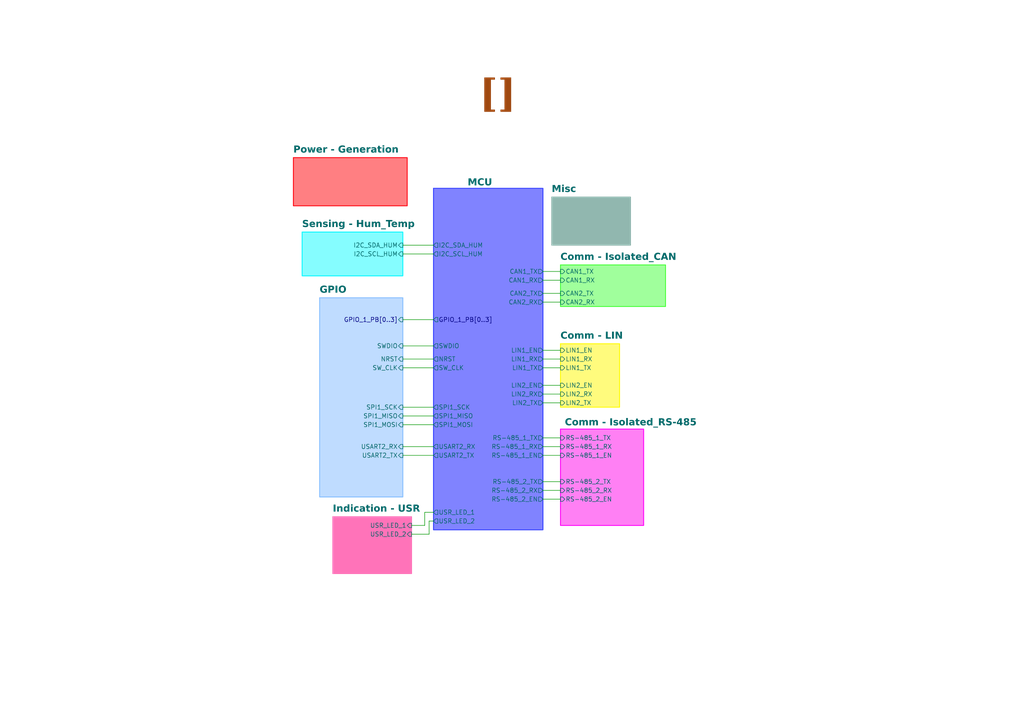
<source format=kicad_sch>
(kicad_sch
	(version 20231120)
	(generator "eeschema")
	(generator_version "8.0")
	(uuid "27569648-7d04-400d-b22c-2115a6902712")
	(paper "A4")
	(title_block
		(title "Rapid-Core")
		(date "2024-09-09")
		(rev "1.0.1")
	)
	(lib_symbols)
	(wire
		(pts
			(xy 157.48 104.14) (xy 162.56 104.14)
		)
		(stroke
			(width 0)
			(type default)
		)
		(uuid "016656e8-1810-4419-8e68-7014cbc0b160")
	)
	(wire
		(pts
			(xy 116.84 73.66) (xy 125.73 73.66)
		)
		(stroke
			(width 0)
			(type default)
		)
		(uuid "0491b756-6387-4d2f-a458-dc2556b2e315")
	)
	(wire
		(pts
			(xy 157.48 81.28) (xy 162.56 81.28)
		)
		(stroke
			(width 0)
			(type default)
		)
		(uuid "05e3e1bb-123b-4930-bfd3-edff562b688c")
	)
	(wire
		(pts
			(xy 125.73 151.13) (xy 124.46 151.13)
		)
		(stroke
			(width 0)
			(type default)
		)
		(uuid "0a06dcac-b52e-4df9-ac75-ecc594abcdf2")
	)
	(wire
		(pts
			(xy 123.19 148.59) (xy 125.73 148.59)
		)
		(stroke
			(width 0)
			(type default)
		)
		(uuid "11e52ff3-23b7-475a-bfbe-1da3ae094e18")
	)
	(wire
		(pts
			(xy 157.48 129.54) (xy 162.56 129.54)
		)
		(stroke
			(width 0)
			(type default)
		)
		(uuid "293a0d6d-6c62-4dd2-9038-88f62545b340")
	)
	(wire
		(pts
			(xy 116.84 123.19) (xy 125.73 123.19)
		)
		(stroke
			(width 0)
			(type default)
		)
		(uuid "40cbad9c-480a-4830-96c9-a80e7f2ee3c4")
	)
	(wire
		(pts
			(xy 157.48 144.78) (xy 162.56 144.78)
		)
		(stroke
			(width 0)
			(type default)
		)
		(uuid "437f5661-a3c5-470d-a803-63cc450dee8d")
	)
	(wire
		(pts
			(xy 157.48 116.84) (xy 162.56 116.84)
		)
		(stroke
			(width 0)
			(type default)
		)
		(uuid "4698396a-b82d-47cb-b49f-03eacd4c1669")
	)
	(wire
		(pts
			(xy 116.84 92.71) (xy 125.73 92.71)
		)
		(stroke
			(width 0)
			(type default)
		)
		(uuid "5376f299-476e-4b28-bbcb-1486f9fd655a")
	)
	(wire
		(pts
			(xy 157.48 87.63) (xy 162.56 87.63)
		)
		(stroke
			(width 0)
			(type default)
		)
		(uuid "548cf037-0783-4a8d-a703-1f15f04c572c")
	)
	(wire
		(pts
			(xy 157.48 114.3) (xy 162.56 114.3)
		)
		(stroke
			(width 0)
			(type default)
		)
		(uuid "6648a955-19c6-4f5b-b439-47d709f83e27")
	)
	(wire
		(pts
			(xy 157.48 127) (xy 162.56 127)
		)
		(stroke
			(width 0)
			(type default)
		)
		(uuid "6835e0a5-f301-403a-bd7a-2481857f31ca")
	)
	(wire
		(pts
			(xy 157.48 85.09) (xy 162.56 85.09)
		)
		(stroke
			(width 0)
			(type default)
		)
		(uuid "692fa45d-2447-4a16-942f-6a93bfc4c7a7")
	)
	(wire
		(pts
			(xy 157.48 142.24) (xy 162.56 142.24)
		)
		(stroke
			(width 0)
			(type default)
		)
		(uuid "695b4dcc-de4f-4fd2-8740-2f557cb959bf")
	)
	(wire
		(pts
			(xy 157.48 106.68) (xy 162.56 106.68)
		)
		(stroke
			(width 0)
			(type default)
		)
		(uuid "6ddd8772-cf9b-4009-8044-477365bc35ce")
	)
	(wire
		(pts
			(xy 116.84 118.11) (xy 125.73 118.11)
		)
		(stroke
			(width 0)
			(type default)
		)
		(uuid "6e9abbf7-ecb0-4664-b954-88f429fc517f")
	)
	(wire
		(pts
			(xy 124.46 151.13) (xy 124.46 154.94)
		)
		(stroke
			(width 0)
			(type default)
		)
		(uuid "771d315c-c683-45a8-8148-2071808ebae8")
	)
	(wire
		(pts
			(xy 123.19 152.4) (xy 123.19 148.59)
		)
		(stroke
			(width 0)
			(type default)
		)
		(uuid "88fb2ecd-9549-4ecd-93a4-315822428459")
	)
	(wire
		(pts
			(xy 116.84 106.68) (xy 125.73 106.68)
		)
		(stroke
			(width 0)
			(type default)
		)
		(uuid "8ccf41cd-8672-4c71-9748-b71f751afce7")
	)
	(wire
		(pts
			(xy 116.84 120.65) (xy 125.73 120.65)
		)
		(stroke
			(width 0)
			(type default)
		)
		(uuid "999ae9b6-5452-42f7-ac5a-fad1538d3dc7")
	)
	(wire
		(pts
			(xy 119.38 154.94) (xy 124.46 154.94)
		)
		(stroke
			(width 0)
			(type default)
		)
		(uuid "9a61318f-306c-42f0-a5b5-09001327d409")
	)
	(wire
		(pts
			(xy 116.84 71.12) (xy 125.73 71.12)
		)
		(stroke
			(width 0)
			(type default)
		)
		(uuid "a1f35fad-bd0d-4e0b-ab2f-30e8b7c3d670")
	)
	(wire
		(pts
			(xy 119.38 152.4) (xy 123.19 152.4)
		)
		(stroke
			(width 0)
			(type default)
		)
		(uuid "a35b2f7b-c66c-4d8d-925e-1a1c45c8ffd7")
	)
	(wire
		(pts
			(xy 116.84 104.14) (xy 125.73 104.14)
		)
		(stroke
			(width 0)
			(type default)
		)
		(uuid "a960177e-b1a7-4c56-ac1a-a3b8a177033f")
	)
	(wire
		(pts
			(xy 157.48 101.6) (xy 162.56 101.6)
		)
		(stroke
			(width 0)
			(type default)
		)
		(uuid "ab68ff54-3864-41a7-80d1-af4e469d90a0")
	)
	(wire
		(pts
			(xy 116.84 100.33) (xy 125.73 100.33)
		)
		(stroke
			(width 0)
			(type default)
		)
		(uuid "ad5d768f-5fc4-4660-819f-7fa7d964a6b5")
	)
	(wire
		(pts
			(xy 157.48 139.7) (xy 162.56 139.7)
		)
		(stroke
			(width 0)
			(type default)
		)
		(uuid "b390f846-4807-42cd-af48-6cae44b50fd6")
	)
	(wire
		(pts
			(xy 157.48 132.08) (xy 162.56 132.08)
		)
		(stroke
			(width 0)
			(type default)
		)
		(uuid "cc2ae460-b4b9-4eea-8c3c-9716a5d09b01")
	)
	(wire
		(pts
			(xy 116.84 132.08) (xy 125.73 132.08)
		)
		(stroke
			(width 0)
			(type default)
		)
		(uuid "d1501730-4fde-40db-b04b-f97892431494")
	)
	(wire
		(pts
			(xy 157.48 78.74) (xy 162.56 78.74)
		)
		(stroke
			(width 0)
			(type default)
		)
		(uuid "d25d6e39-fb10-43b4-ad64-d8deb4570f69")
	)
	(wire
		(pts
			(xy 116.84 129.54) (xy 125.73 129.54)
		)
		(stroke
			(width 0)
			(type default)
		)
		(uuid "d3de6954-38b7-4def-8b71-03936d39add6")
	)
	(wire
		(pts
			(xy 157.48 111.76) (xy 162.56 111.76)
		)
		(stroke
			(width 0)
			(type default)
		)
		(uuid "e9825ad5-ea1d-4d3a-8758-c8981a0839bd")
	)
	(text "[${#}] ${SHEETNAME}"
		(exclude_from_sim no)
		(at 146.304 29.972 0)
		(effects
			(font
				(face "Times New Roman")
				(size 8 8)
				(thickness 0.254)
				(bold yes)
				(color 159 72 15 1)
			)
		)
		(uuid "dfa7d460-b75f-4954-a2db-e45fa09c2b3e")
	)
	(sheet
		(at 85.09 45.72)
		(size 33.02 13.97)
		(fields_autoplaced yes)
		(stroke
			(width 0.25)
			(type solid)
			(color 255 0 13 1)
		)
		(fill
			(color 255 0 6 0.5000)
		)
		(uuid "0fa43437-c8a6-445a-8d5f-61c7e1f9c7b9")
		(property "Sheetname" "Power - Generation"
			(at 85.09 44.5946 0)
			(effects
				(font
					(face "Arial")
					(size 2 2)
					(thickness 0.254)
					(bold yes)
				)
				(justify left bottom)
			)
		)
		(property "Sheetfile" "Power - Generation.kicad_sch"
			(at 85.09 60.3234 0)
			(effects
				(font
					(size 1.27 1.27)
				)
				(justify left top)
				(hide yes)
			)
		)
		(instances
			(project "Rapid_Core-RCP"
				(path "/1a5d67a4-b410-4c7a-b64e-9e0193c8e6b4/31f15dcd-2d12-4b77-aa4d-ff69e9876080"
					(page "4")
				)
			)
		)
	)
	(sheet
		(at 125.73 54.61)
		(size 31.75 99.06)
		(stroke
			(width 0.25)
			(type solid)
			(color 47 60 255 1)
		)
		(fill
			(color 3 9 255 0.5000)
		)
		(uuid "1401aaec-6fda-4635-b78a-5b20a2be34ec")
		(property "Sheetname" "MCU"
			(at 135.636 54.102 0)
			(effects
				(font
					(face "Arial")
					(size 2 2)
					(thickness 0.254)
					(bold yes)
				)
				(justify left bottom)
			)
		)
		(property "Sheetfile" "MCU.kicad_sch"
			(at 125.73 111.7096 0)
			(effects
				(font
					(size 1.27 1.27)
				)
				(justify left top)
				(hide yes)
			)
		)
		(pin "SPI1_SCK" output
			(at 125.73 118.11 180)
			(effects
				(font
					(size 1.27 1.27)
				)
				(justify left)
			)
			(uuid "15b5a386-7742-48b0-ae1c-89f1ae6950e1")
		)
		(pin "SPI1_MISO" output
			(at 125.73 120.65 180)
			(effects
				(font
					(size 1.27 1.27)
				)
				(justify left)
			)
			(uuid "3e7e22b3-47af-4e09-9a3b-04a830cda925")
		)
		(pin "USART2_TX" output
			(at 125.73 132.08 180)
			(effects
				(font
					(size 1.27 1.27)
				)
				(justify left)
			)
			(uuid "fd99ace5-036a-4ff7-a210-60be670037b7")
		)
		(pin "USART2_RX" output
			(at 125.73 129.54 180)
			(effects
				(font
					(size 1.27 1.27)
				)
				(justify left)
			)
			(uuid "c56c0d1e-5b45-4ed7-b2d6-f7e87c75dfa3")
		)
		(pin "RS-485_1_EN" output
			(at 157.48 132.08 0)
			(effects
				(font
					(size 1.27 1.27)
				)
				(justify right)
			)
			(uuid "466bcd63-2405-4eaf-b14a-ce5d363453c2")
		)
		(pin "SPI1_MOSI" output
			(at 125.73 123.19 180)
			(effects
				(font
					(size 1.27 1.27)
				)
				(justify left)
			)
			(uuid "d19b429c-92bc-49c9-b435-d2f5c4e1735b")
		)
		(pin "SWDIO" output
			(at 125.73 100.33 180)
			(effects
				(font
					(size 1.27 1.27)
				)
				(justify left)
			)
			(uuid "d28b6f6e-38dc-4876-b62f-9fff7b4fa712")
		)
		(pin "RS-485_1_TX" output
			(at 157.48 127 0)
			(effects
				(font
					(size 1.27 1.27)
				)
				(justify right)
			)
			(uuid "0a30dc0c-8c95-4117-9c35-eeaf7bbaba76")
		)
		(pin "RS-485_1_RX" output
			(at 157.48 129.54 0)
			(effects
				(font
					(size 1.27 1.27)
				)
				(justify right)
			)
			(uuid "68bca7e1-6f5c-4ad0-b1d1-d9c774019141")
		)
		(pin "CAN1_RX" output
			(at 157.48 81.28 0)
			(effects
				(font
					(size 1.27 1.27)
				)
				(justify right)
			)
			(uuid "314edc76-7f17-48e3-880d-efa1b768ea58")
		)
		(pin "CAN1_TX" output
			(at 157.48 78.74 0)
			(effects
				(font
					(size 1.27 1.27)
				)
				(justify right)
			)
			(uuid "f7486041-d596-441b-a1a6-4124e8666bc5")
		)
		(pin "SW_CLK" output
			(at 125.73 106.68 180)
			(effects
				(font
					(size 1.27 1.27)
				)
				(justify left)
			)
			(uuid "0584e3f0-b580-491d-9ca0-6211d00eb244")
		)
		(pin "LIN1_EN" output
			(at 157.48 101.6 0)
			(effects
				(font
					(size 1.27 1.27)
				)
				(justify right)
			)
			(uuid "00218526-3a85-4f5b-8cf0-d3fa72299d2d")
		)
		(pin "LIN2_EN" output
			(at 157.48 111.76 0)
			(effects
				(font
					(size 1.27 1.27)
				)
				(justify right)
			)
			(uuid "5455f5b6-360c-4231-b18f-513bb8b05665")
		)
		(pin "GPIO_1_PB[0..3]" output
			(at 125.73 92.71 180)
			(effects
				(font
					(size 1.27 1.27)
				)
				(justify left)
			)
			(uuid "8538a408-a69e-4704-a0b3-5ae8a62d4a6f")
		)
		(pin "I2C_SCL_HUM" output
			(at 125.73 73.66 180)
			(effects
				(font
					(size 1.27 1.27)
				)
				(justify left)
			)
			(uuid "592819c5-17b4-47ea-b3c9-f0802ca6f49b")
		)
		(pin "I2C_SDA_HUM" output
			(at 125.73 71.12 180)
			(effects
				(font
					(size 1.27 1.27)
				)
				(justify left)
			)
			(uuid "48c34462-5c48-4ddc-872e-477c6c322ac1")
		)
		(pin "RS-485_2_RX" output
			(at 157.48 142.24 0)
			(effects
				(font
					(size 1.27 1.27)
				)
				(justify right)
			)
			(uuid "fed25b15-b8fb-4c94-8a8d-c118e4d61789")
		)
		(pin "RS-485_2_TX" output
			(at 157.48 139.7 0)
			(effects
				(font
					(size 1.27 1.27)
				)
				(justify right)
			)
			(uuid "0d4ce248-38cd-4b53-8211-ba6e289bac0c")
		)
		(pin "LIN2_RX" output
			(at 157.48 114.3 0)
			(effects
				(font
					(size 1.27 1.27)
				)
				(justify right)
			)
			(uuid "1bd14e6b-b17b-4ebf-9d27-768793d5d85f")
		)
		(pin "LIN1_RX" output
			(at 157.48 104.14 0)
			(effects
				(font
					(size 1.27 1.27)
				)
				(justify right)
			)
			(uuid "76ba0003-d1ec-4b34-af40-f2a95b220913")
		)
		(pin "LIN1_TX" output
			(at 157.48 106.68 0)
			(effects
				(font
					(size 1.27 1.27)
				)
				(justify right)
			)
			(uuid "5916c962-2591-496b-85eb-9bd64d35d893")
		)
		(pin "LIN2_TX" output
			(at 157.48 116.84 0)
			(effects
				(font
					(size 1.27 1.27)
				)
				(justify right)
			)
			(uuid "a00b1551-e632-487c-a27f-2c77e631cecb")
		)
		(pin "NRST" output
			(at 125.73 104.14 180)
			(effects
				(font
					(size 1.27 1.27)
				)
				(justify left)
			)
			(uuid "000fb4d8-4c97-462a-8ffb-c80df7ea7df0")
		)
		(pin "CAN2_RX" output
			(at 157.48 87.63 0)
			(effects
				(font
					(size 1.27 1.27)
				)
				(justify right)
			)
			(uuid "22c257f2-93ad-40da-912a-7ea28df2dc0e")
		)
		(pin "CAN2_TX" output
			(at 157.48 85.09 0)
			(effects
				(font
					(size 1.27 1.27)
				)
				(justify right)
			)
			(uuid "f115c9b1-05e6-4dd6-931c-bce732c0c987")
		)
		(pin "RS-485_2_EN" output
			(at 157.48 144.78 0)
			(effects
				(font
					(size 1.27 1.27)
				)
				(justify right)
			)
			(uuid "6853fc0e-a215-4ed5-bf66-bc5c28e0a38e")
		)
		(pin "USR_LED_2" output
			(at 125.73 151.13 180)
			(effects
				(font
					(size 1.27 1.27)
				)
				(justify left)
			)
			(uuid "b94b87ae-d1d1-4fe3-a8fa-35af55cae1d9")
		)
		(pin "USR_LED_1" output
			(at 125.73 148.59 180)
			(effects
				(font
					(size 1.27 1.27)
				)
				(justify left)
			)
			(uuid "a770ab31-3eb6-4574-a167-f7fc2ca0acfb")
		)
		(instances
			(project "Rapid_Core-RCP"
				(path "/1a5d67a4-b410-4c7a-b64e-9e0193c8e6b4/31f15dcd-2d12-4b77-aa4d-ff69e9876080"
					(page "5")
				)
			)
		)
	)
	(sheet
		(at 96.52 149.86)
		(size 22.86 16.51)
		(fields_autoplaced yes)
		(stroke
			(width 0.25)
			(type solid)
			(color 255 115 185 1)
		)
		(fill
			(color 255 115 185 1.0000)
		)
		(uuid "2a64c138-0f9d-4db8-b9c8-8b614da5a0b1")
		(property "Sheetname" "Indication - USR"
			(at 96.52 148.7346 0)
			(effects
				(font
					(face "Arial")
					(size 2 2)
					(thickness 0.4)
					(bold yes)
				)
				(justify left bottom)
			)
		)
		(property "Sheetfile" "Indication - USR.kicad_sch"
			(at 96.52 167.0034 0)
			(effects
				(font
					(size 1.27 1.27)
				)
				(justify left top)
				(hide yes)
			)
		)
		(pin "USR_LED_1" input
			(at 119.38 152.4 0)
			(effects
				(font
					(size 1.27 1.27)
				)
				(justify right)
			)
			(uuid "a82f2ffc-55bd-4b58-801e-b16907b8eb23")
		)
		(pin "USR_LED_2" input
			(at 119.38 154.94 0)
			(effects
				(font
					(size 1.27 1.27)
				)
				(justify right)
			)
			(uuid "108d6b2d-f5b0-4e95-abc9-c81fac81d02d")
		)
		(instances
			(project "Rapid_Core-RCP"
				(path "/1a5d67a4-b410-4c7a-b64e-9e0193c8e6b4/31f15dcd-2d12-4b77-aa4d-ff69e9876080"
					(page "11")
				)
			)
		)
	)
	(sheet
		(at 162.56 76.835)
		(size 30.48 12.065)
		(fields_autoplaced yes)
		(stroke
			(width 0.25)
			(type solid)
			(color 71 255 56 1)
		)
		(fill
			(color 66 255 59 0.5000)
		)
		(uuid "3ab54445-f24b-4fcf-a710-1aaeab2ee1cb")
		(property "Sheetname" "Comm - Isolated_CAN"
			(at 162.56 75.7096 0)
			(effects
				(font
					(face "Arial")
					(size 2 2)
					(thickness 0.254)
					(bold yes)
				)
				(justify left bottom)
			)
		)
		(property "Sheetfile" "Comm - Isolated_CAN.kicad_sch"
			(at 162.56 89.5334 0)
			(effects
				(font
					(size 1.27 1.27)
				)
				(justify left top)
				(hide yes)
			)
		)
		(pin "CAN2_TX" input
			(at 162.56 85.09 180)
			(effects
				(font
					(size 1.27 1.27)
				)
				(justify left)
			)
			(uuid "eb43063b-e480-412f-8341-6fc2062817ea")
		)
		(pin "CAN2_RX" input
			(at 162.56 87.63 180)
			(effects
				(font
					(size 1.27 1.27)
				)
				(justify left)
			)
			(uuid "a9b49234-8bc4-4e15-b09b-07938b2509f4")
		)
		(pin "CAN1_TX" input
			(at 162.56 78.74 180)
			(effects
				(font
					(size 1.27 1.27)
				)
				(justify left)
			)
			(uuid "9becb03c-172f-4e28-8350-e3727543a80c")
		)
		(pin "CAN1_RX" input
			(at 162.56 81.28 180)
			(effects
				(font
					(size 1.27 1.27)
				)
				(justify left)
			)
			(uuid "2be48276-0278-45de-b171-0aac7f8bcac3")
		)
		(instances
			(project "Rapid_Core-RCP"
				(path "/1a5d67a4-b410-4c7a-b64e-9e0193c8e6b4/31f15dcd-2d12-4b77-aa4d-ff69e9876080"
					(page "8")
				)
			)
		)
	)
	(sheet
		(at 87.63 67.31)
		(size 29.21 12.7)
		(fields_autoplaced yes)
		(stroke
			(width 0.25)
			(type solid)
			(color 0 247 255 1)
		)
		(fill
			(color 12 253 255 0.5000)
		)
		(uuid "3ad87c0f-dff9-44e1-9550-eb9919a331d1")
		(property "Sheetname" "Sensing - Hum_Temp"
			(at 87.63 66.1846 0)
			(effects
				(font
					(face "Arial")
					(size 2 2)
					(thickness 0.254)
					(bold yes)
				)
				(justify left bottom)
			)
		)
		(property "Sheetfile" "Sensing - Hum_Temp.kicad_sch"
			(at 87.63 80.6434 0)
			(effects
				(font
					(size 1.27 1.27)
				)
				(justify left top)
				(hide yes)
			)
		)
		(pin "I2C_SDA_HUM" input
			(at 116.84 71.12 0)
			(effects
				(font
					(size 1.27 1.27)
				)
				(justify right)
			)
			(uuid "1606b7a7-f0bb-46bc-a719-e18f8cb725d1")
		)
		(pin "I2C_SCL_HUM" input
			(at 116.84 73.66 0)
			(effects
				(font
					(size 1.27 1.27)
				)
				(justify right)
			)
			(uuid "ecf460d2-452d-47e2-ad7b-7358e426b49c")
		)
		(instances
			(project "Rapid_Core-RCP"
				(path "/1a5d67a4-b410-4c7a-b64e-9e0193c8e6b4/31f15dcd-2d12-4b77-aa4d-ff69e9876080"
					(page "6")
				)
			)
		)
	)
	(sheet
		(at 160.02 57.15)
		(size 22.86 13.97)
		(fields_autoplaced yes)
		(stroke
			(width 0.25)
			(type solid)
			(color 145 183 175 1)
		)
		(fill
			(color 145 183 175 1.0000)
		)
		(uuid "43eed07e-82f5-47f0-b465-c6dad368156b")
		(property "Sheetname" "Misc"
			(at 160.02 56.0246 0)
			(effects
				(font
					(face "Arial")
					(size 2 2)
					(thickness 0.4)
					(bold yes)
				)
				(justify left bottom)
			)
		)
		(property "Sheetfile" "Misc.kicad_sch"
			(at 160.02 71.7534 0)
			(effects
				(font
					(size 1.27 1.27)
				)
				(justify left top)
				(hide yes)
			)
		)
		(instances
			(project "Rapid_Core-RCP"
				(path "/1a5d67a4-b410-4c7a-b64e-9e0193c8e6b4/31f15dcd-2d12-4b77-aa4d-ff69e9876080"
					(page "12")
				)
			)
		)
	)
	(sheet
		(at 162.56 99.695)
		(size 17.145 18.415)
		(fields_autoplaced yes)
		(stroke
			(width 0.25)
			(type solid)
			(color 255 251 0 1)
		)
		(fill
			(color 255 247 0 0.5100)
		)
		(uuid "864df6d4-e612-4e34-aee5-b43096054518")
		(property "Sheetname" "Comm - LIN"
			(at 162.56 98.5696 0)
			(effects
				(font
					(face "Arial")
					(size 2 2)
					(thickness 0.254)
					(bold yes)
				)
				(justify left bottom)
			)
		)
		(property "Sheetfile" "Comm - LIN.kicad_sch"
			(at 162.56 118.7434 0)
			(effects
				(font
					(size 1.27 1.27)
				)
				(justify left top)
				(hide yes)
			)
		)
		(pin "LIN2_EN" input
			(at 162.56 111.76 180)
			(effects
				(font
					(size 1.27 1.27)
				)
				(justify left)
			)
			(uuid "0709e99c-53c7-402a-b380-501f907d2bfb")
		)
		(pin "LIN2_RX" input
			(at 162.56 114.3 180)
			(effects
				(font
					(size 1.27 1.27)
				)
				(justify left)
			)
			(uuid "0f319e75-f463-48de-955e-b56c01ca8bcf")
		)
		(pin "LIN2_TX" input
			(at 162.56 116.84 180)
			(effects
				(font
					(size 1.27 1.27)
				)
				(justify left)
			)
			(uuid "51b1cd51-bfac-4273-ad6d-1e05f0bf6683")
		)
		(pin "LIN1_EN" input
			(at 162.56 101.6 180)
			(effects
				(font
					(size 1.27 1.27)
				)
				(justify left)
			)
			(uuid "de65cc48-8aca-4576-9f09-5a79ba56f3ef")
		)
		(pin "LIN1_RX" input
			(at 162.56 104.14 180)
			(effects
				(font
					(size 1.27 1.27)
				)
				(justify left)
			)
			(uuid "33162edc-9c5f-4d0e-b859-668f41fb3425")
		)
		(pin "LIN1_TX" input
			(at 162.56 106.68 180)
			(effects
				(font
					(size 1.27 1.27)
				)
				(justify left)
			)
			(uuid "cbdffb75-5afc-4489-8def-4fa409fcc43f")
		)
		(instances
			(project "Rapid_Core-RCP"
				(path "/1a5d67a4-b410-4c7a-b64e-9e0193c8e6b4/31f15dcd-2d12-4b77-aa4d-ff69e9876080"
					(page "9")
				)
			)
		)
	)
	(sheet
		(at 162.56 124.46)
		(size 24.13 27.94)
		(stroke
			(width 0.25)
			(type solid)
			(color 255 0 248 1)
		)
		(fill
			(color 255 2 234 0.5000)
		)
		(uuid "9672423f-042d-4ba7-86eb-91cbc6375302")
		(property "Sheetname" "Comm - Isolated_RS-485"
			(at 163.83 123.6996 0)
			(effects
				(font
					(face "Arial")
					(size 2 2)
					(thickness 0.254)
					(bold yes)
				)
				(justify left bottom)
			)
		)
		(property "Sheetfile" "Comm - Isolated_RS-485.kicad_sch"
			(at 162.56 146.6834 0)
			(effects
				(font
					(size 1.27 1.27)
				)
				(justify left top)
				(hide yes)
			)
		)
		(pin "RS-485_2_RX" input
			(at 162.56 142.24 180)
			(effects
				(font
					(size 1.27 1.27)
					(thickness 0.1588)
				)
				(justify left)
			)
			(uuid "4eea0a7e-7113-4c31-8b10-4cbfb1f049e0")
		)
		(pin "RS-485_2_TX" input
			(at 162.56 139.7 180)
			(effects
				(font
					(size 1.27 1.27)
					(thickness 0.1588)
				)
				(justify left)
			)
			(uuid "cf17ad30-2d0f-48d6-9589-8b2ac907d07c")
		)
		(pin "RS-485_2_EN" input
			(at 162.56 144.78 180)
			(effects
				(font
					(size 1.27 1.27)
					(thickness 0.1588)
				)
				(justify left)
			)
			(uuid "9f94016d-d30c-43a7-b537-783d2dd2665f")
		)
		(pin "RS-485_1_RX" input
			(at 162.56 129.54 180)
			(effects
				(font
					(size 1.27 1.27)
					(thickness 0.1588)
				)
				(justify left)
			)
			(uuid "43440d78-a041-4561-92d9-7be70ae83456")
		)
		(pin "RS-485_1_TX" input
			(at 162.56 127 180)
			(effects
				(font
					(size 1.27 1.27)
					(thickness 0.1588)
				)
				(justify left)
			)
			(uuid "71e05471-198d-4061-a8df-963fbe80a27e")
		)
		(pin "RS-485_1_EN" input
			(at 162.56 132.08 180)
			(effects
				(font
					(size 1.27 1.27)
					(thickness 0.1588)
				)
				(justify left)
			)
			(uuid "a95e9632-c29e-4269-88da-c951cb830492")
		)
		(instances
			(project "Rapid_Core-RCP"
				(path "/1a5d67a4-b410-4c7a-b64e-9e0193c8e6b4/31f15dcd-2d12-4b77-aa4d-ff69e9876080"
					(page "10")
				)
			)
		)
	)
	(sheet
		(at 92.71 86.36)
		(size 24.13 57.785)
		(fields_autoplaced yes)
		(stroke
			(width 0.25)
			(type solid)
			(color 128 187 255 1)
		)
		(fill
			(color 128 187 255 0.5000)
		)
		(uuid "fc7bdcbf-ad6b-46ec-9d76-e03f164d4505")
		(property "Sheetname" "GPIO"
			(at 92.71 85.2346 0)
			(effects
				(font
					(face "Arial")
					(size 2 2)
					(thickness 0.254)
					(bold yes)
				)
				(justify left bottom)
			)
		)
		(property "Sheetfile" "General.kicad_sch"
			(at 92.71 144.7784 0)
			(effects
				(font
					(size 1.27 1.27)
				)
				(justify left top)
				(hide yes)
			)
		)
		(pin "GPIO_1_PB[0..3]" input
			(at 116.84 92.71 0)
			(effects
				(font
					(size 1.27 1.27)
				)
				(justify right)
			)
			(uuid "ca8e46d2-3ea0-460c-9641-c2b5ef1ac4f5")
		)
		(pin "SWDIO" input
			(at 116.84 100.33 0)
			(effects
				(font
					(size 1.27 1.27)
				)
				(justify right)
			)
			(uuid "488c8048-7069-4f7c-8c63-ec4368677e20")
		)
		(pin "SW_CLK" input
			(at 116.84 106.68 0)
			(effects
				(font
					(size 1.27 1.27)
				)
				(justify right)
			)
			(uuid "afd336c4-66f3-45e2-90b9-6270d01193e0")
		)
		(pin "NRST" input
			(at 116.84 104.14 0)
			(effects
				(font
					(size 1.27 1.27)
				)
				(justify right)
			)
			(uuid "57c7e79c-3d81-4268-9f8e-e165bf406026")
		)
		(pin "SPI1_SCK" input
			(at 116.84 118.11 0)
			(effects
				(font
					(size 1.27 1.27)
				)
				(justify right)
			)
			(uuid "b43354b7-1cc0-43f0-aa1e-826cd14d7331")
		)
		(pin "SPI1_MISO" input
			(at 116.84 120.65 0)
			(effects
				(font
					(size 1.27 1.27)
				)
				(justify right)
			)
			(uuid "442d3643-64d9-4ae7-a4ff-8442fac224ac")
		)
		(pin "SPI1_MOSI" input
			(at 116.84 123.19 0)
			(effects
				(font
					(size 1.27 1.27)
				)
				(justify right)
			)
			(uuid "32b7e15c-bb88-4d47-a45e-a29444c8f004")
		)
		(pin "USART2_RX" input
			(at 116.84 129.54 0)
			(effects
				(font
					(size 1.27 1.27)
				)
				(justify right)
			)
			(uuid "a3549cf8-f405-403b-b248-29506fdf50ad")
		)
		(pin "USART2_TX" input
			(at 116.84 132.08 0)
			(effects
				(font
					(size 1.27 1.27)
				)
				(justify right)
			)
			(uuid "0a8f8e86-5199-417f-9ce4-191b45de2bc6")
		)
		(instances
			(project "Rapid_Core-RCP"
				(path "/1a5d67a4-b410-4c7a-b64e-9e0193c8e6b4/31f15dcd-2d12-4b77-aa4d-ff69e9876080"
					(page "7")
				)
			)
		)
	)
)

</source>
